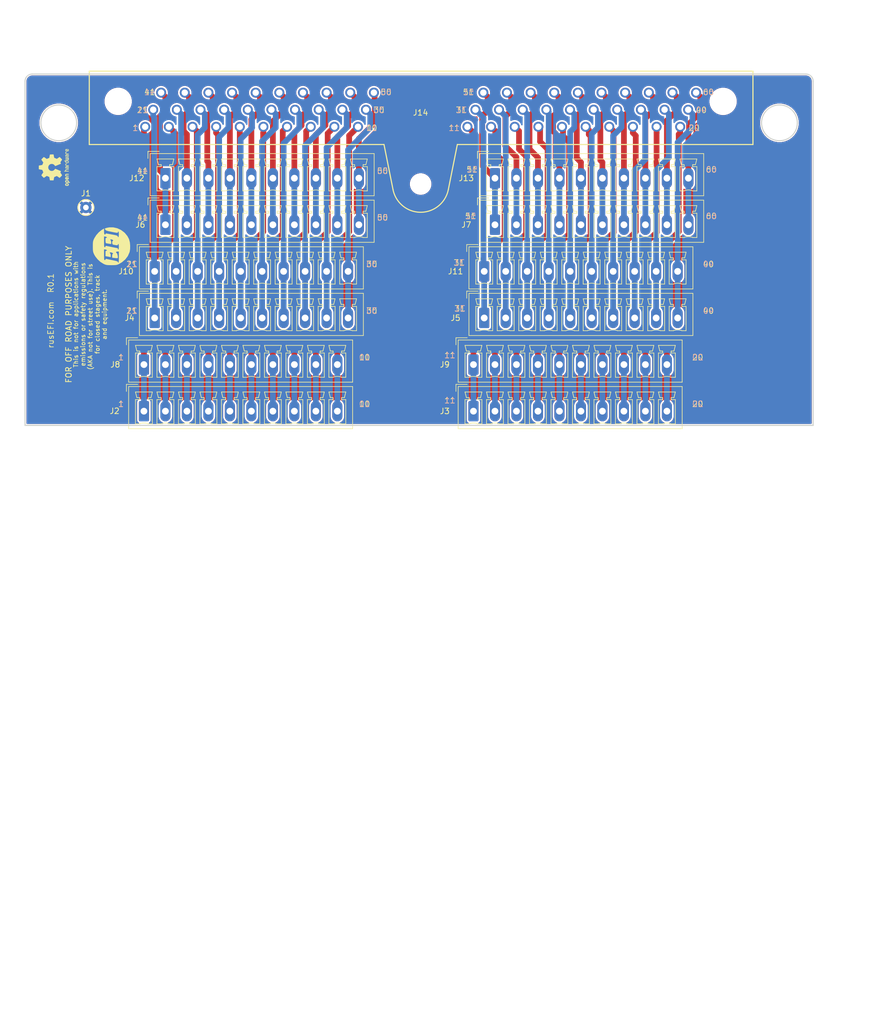
<source format=kicad_pcb>
(kicad_pcb (version 20171130) (host pcbnew "(5.1.5)-3")
  (title_block (title "134pin 7-967288-1 Breakout board") (date 2020-06-02) (rev R0.1))
  (layers (0 F.Cu signal) (31 B.Cu signal) (34 B.Paste user) (35 F.Paste user) (36 B.SilkS user) (37 F.SilkS user) (38 B.Mask user) (39 F.Mask user) (44 Edge.Cuts user))
  (net 0 "")
  (net 1 "Net-(J11-Pad4)")
  (net 2 "Net-(J11-Pad3)")
  (net 3 "Net-(J11-Pad2)")
  (net 4 "Net-(J10-Pad4)")
  (net 5 "Net-(J10-Pad3)")
  (net 6 "Net-(J10-Pad2)")
  (net 7 "Net-(J13-Pad2)")
  (net 8 "Net-(J14-Pad2)")
  (net 9 GND)
  (net 10 /420)
  (net 11 /421)
  (net 12 /10)
  (net 13 "Net-(J14-Pad9)")
  (net 14 "Net-(J14-Pad8)")
  (net 15 "Net-(J14-Pad7)")
  (net 16 "Net-(J14-Pad6)")
  (net 17 /5)
  (net 18 "Net-(J14-Pad4)")
  (net 19 "Net-(J14-Pad3)")
  (net 20 /1)
  (net 21 "Net-(J14-Pad19)")
  (net 22 "Net-(J14-Pad18)")
  (net 23 "Net-(J14-Pad17)")
  (net 24 "Net-(J14-Pad16)")
  (net 25 /15)
  (net 26 "Net-(J14-Pad14)")
  (net 27 "Net-(J14-Pad13)")
  (net 28 "Net-(J14-Pad12)")
  (net 29 /11)
  (net 30 /25)
  (net 31 "Net-(J10-Pad6)")
  (net 32 "Net-(J10-Pad7)")
  (net 33 "Net-(J10-Pad8)")
  (net 34 "Net-(J10-Pad9)")
  (net 35 /30)
  (net 36 /31)
  (net 37 /35)
  (net 38 "Net-(J11-Pad6)")
  (net 39 "Net-(J11-Pad7)")
  (net 40 "Net-(J11-Pad8)")
  (net 41 "Net-(J11-Pad9)")
  (net 42 /40)
  (net 43 /50)
  (net 44 "Net-(J12-Pad9)")
  (net 45 "Net-(J12-Pad8)")
  (net 46 "Net-(J12-Pad7)")
  (net 47 "Net-(J12-Pad6)")
  (net 48 /45)
  (net 49 "Net-(J12-Pad4)")
  (net 50 "Net-(J12-Pad3)")
  (net 51 "Net-(J12-Pad2)")
  (net 52 /41)
  (net 53 /60)
  (net 54 "Net-(J13-Pad9)")
  (net 55 "Net-(J13-Pad8)")
  (net 56 "Net-(J13-Pad7)")
  (net 57 "Net-(J13-Pad6)")
  (net 58 /55)
  (net 59 /54)
  (net 60 /53)
  (net 61 "Net-(J13-Pad1)")
  (module rusEFI:eeciv (layer F.Cu) (at 166.0144 62.2935)
    (fp_text reference J14 (at -0.019 7.401) (layer F.SilkS))
    (fp_text value EEC-IV)
    (pad 41 thru_hole circle (at -46.009 3.858) (size 1.778 1.778) (drill 1.143) (layers *.Cu *.Mask) (net 52 /41))
    (pad 43 thru_hole circle (at -37.627 3.861) (size 1.778 1.778) (drill 1.143) (layers *.Cu *.Mask) (net 50 "Net-(J12-Pad3)"))
    (pad 47 thru_hole circle (at -20.869 3.855) (size 1.778 1.778) (drill 1.143) (layers *.Cu *.Mask) (net 46 "Net-(J12-Pad7)"))
    (pad 46 thru_hole circle (at -25.055 3.852) (size 1.778 1.778) (drill 1.143) (layers *.Cu *.Mask) (net 47 "Net-(J12-Pad6)"))
    (pad 42 thru_hole circle (at -41.823 3.861) (size 1.778 1.778) (drill 1.143) (layers *.Cu *.Mask) (net 51 "Net-(J12-Pad2)"))
    (pad 48 thru_hole circle (at -16.673 3.855) (size 1.778 1.778) (drill 1.143) (layers *.Cu *.Mask) (net 45 "Net-(J12-Pad8)"))
    (pad 44 thru_hole circle (at -33.435 3.857) (size 1.778 1.778) (drill 1.143) (layers *.Cu *.Mask) (net 49 "Net-(J12-Pad4)"))
    (pad 50 thru_hole circle (at -8.293 3.857) (size 1.778 1.778) (drill 1.143) (layers *.Cu *.Mask) (net 43 /50))
    (pad 45 thru_hole circle (at -29.247 3.863) (size 1.778 1.778) (drill 1.143) (layers *.Cu *.Mask) (net 48 /45))
    (pad 49 thru_hole circle (at -12.481 3.851) (size 1.778 1.778) (drill 1.143) (layers *.Cu *.Mask) (net 44 "Net-(J12-Pad9)"))
    (pad 21 thru_hole circle (at -47.413 6.884) (size 1.778 1.778) (drill 1.143) (layers *.Cu *.Mask) (net 11 /421))
    (pad 23 thru_hole circle (at -39.031 6.887) (size 1.778 1.778) (drill 1.143) (layers *.Cu *.Mask) (net 5 "Net-(J10-Pad3)"))
    (pad 27 thru_hole circle (at -22.273 6.881) (size 1.778 1.778) (drill 1.143) (layers *.Cu *.Mask) (net 32 "Net-(J10-Pad7)"))
    (pad 26 thru_hole circle (at -26.459 6.878) (size 1.778 1.778) (drill 1.143) (layers *.Cu *.Mask) (net 31 "Net-(J10-Pad6)"))
    (pad 22 thru_hole circle (at -43.227 6.887) (size 1.778 1.778) (drill 1.143) (layers *.Cu *.Mask) (net 6 "Net-(J10-Pad2)"))
    (pad 28 thru_hole circle (at -18.077 6.881) (size 1.778 1.778) (drill 1.143) (layers *.Cu *.Mask) (net 33 "Net-(J10-Pad8)"))
    (pad 24 thru_hole circle (at -34.839 6.883) (size 1.778 1.778) (drill 1.143) (layers *.Cu *.Mask) (net 4 "Net-(J10-Pad4)"))
    (pad 30 thru_hole circle (at -9.697 6.883) (size 1.778 1.778) (drill 1.143) (layers *.Cu *.Mask) (net 35 /30))
    (pad 25 thru_hole circle (at -30.651 6.889) (size 1.778 1.778) (drill 1.143) (layers *.Cu *.Mask) (net 30 /25))
    (pad 29 thru_hole circle (at -13.885 6.877) (size 1.778 1.778) (drill 1.143) (layers *.Cu *.Mask) (net 34 "Net-(J10-Pad9)"))
    (pad 6 thru_hole circle (at -27.875 9.903) (size 1.778 1.778) (drill 1.143) (layers *.Cu *.Mask) (net 16 "Net-(J14-Pad6)"))
    (pad 8 thru_hole circle (at -19.493 9.906) (size 1.778 1.778) (drill 1.143) (layers *.Cu *.Mask) (net 14 "Net-(J14-Pad8)"))
    (pad 7 thru_hole circle (at -23.689 9.906) (size 1.778 1.778) (drill 1.143) (layers *.Cu *.Mask) (net 15 "Net-(J14-Pad7)"))
    (pad 9 thru_hole circle (at -15.301 9.902) (size 1.778 1.778) (drill 1.143) (layers *.Cu *.Mask) (net 13 "Net-(J14-Pad9)"))
    (pad 10 thru_hole circle (at -11.113 9.908) (size 1.778 1.778) (drill 1.143) (layers *.Cu *.Mask) (net 12 /10))
    (pad 5 thru_hole circle (at -32.067 9.914) (size 1.778 1.778) (drill 1.143) (layers *.Cu *.Mask) (net 17 /5))
    (pad 4 thru_hole circle (at -36.255 9.908) (size 1.778 1.778) (drill 1.143) (layers *.Cu *.Mask) (net 18 "Net-(J14-Pad4)"))
    (pad 3 thru_hole circle (at -40.447 9.912) (size 1.778 1.778) (drill 1.143) (layers *.Cu *.Mask) (net 19 "Net-(J14-Pad3)"))
    (pad 2 thru_hole circle (at -44.643 9.912) (size 1.778 1.778) (drill 1.143) (layers *.Cu *.Mask) (net 8 "Net-(J14-Pad2)"))
    (pad 1 thru_hole circle (at -48.829 9.909) (size 1.778 1.778) (drill 1.143) (layers *.Cu *.Mask) (net 20 /1))
    (pad 19 thru_hole circle (at 41.819 9.899) (size 1.778 1.778) (drill 1.143) (layers *.Cu *.Mask) (net 21 "Net-(J14-Pad19)"))
    (pad 60 thru_hole circle (at 48.827 3.854) (size 1.778 1.778) (drill 1.143) (layers *.Cu *.Mask) (net 53 /60))
    (pad 52 thru_hole circle (at 15.297 3.858) (size 1.778 1.778) (drill 1.143) (layers *.Cu *.Mask) (net 7 "Net-(J13-Pad2)"))
    (pad 16 thru_hole circle (at 29.245 9.9) (size 1.778 1.778) (drill 1.143) (layers *.Cu *.Mask) (net 24 "Net-(J14-Pad16)"))
    (pad 20 thru_hole circle (at 46.007 9.905) (size 1.778 1.778) (drill 1.143) (layers *.Cu *.Mask) (net 10 /420))
    (pad 18 thru_hole circle (at 37.627 9.903) (size 1.778 1.778) (drill 1.143) (layers *.Cu *.Mask) (net 22 "Net-(J14-Pad18)"))
    (pad 59 thru_hole circle (at 44.639 3.848) (size 1.778 1.778) (drill 1.143) (layers *.Cu *.Mask) (net 54 "Net-(J13-Pad9)"))
    (pad 54 thru_hole circle (at 23.685 3.854) (size 1.778 1.778) (drill 1.143) (layers *.Cu *.Mask) (net 59 /54))
    (pad 36 thru_hole circle (at 30.661 6.875) (size 1.778 1.778) (drill 1.143) (layers *.Cu *.Mask) (net 38 "Net-(J11-Pad6)"))
    (pad 37 thru_hole circle (at 34.847 6.878) (size 1.778 1.778) (drill 1.143) (layers *.Cu *.Mask) (net 39 "Net-(J11-Pad7)"))
    (pad 40 thru_hole circle (at 47.423 6.88) (size 1.778 1.778) (drill 1.143) (layers *.Cu *.Mask) (net 42 /40))
    (pad 33 thru_hole circle (at 18.089 6.884) (size 1.778 1.778) (drill 1.143) (layers *.Cu *.Mask) (net 2 "Net-(J11-Pad3)"))
    (pad 38 thru_hole circle (at 39.043 6.878) (size 1.778 1.778) (drill 1.143) (layers *.Cu *.Mask) (net 40 "Net-(J11-Pad8)"))
    (pad 17 thru_hole circle (at 33.431 9.903) (size 1.778 1.778) (drill 1.143) (layers *.Cu *.Mask) (net 23 "Net-(J14-Pad17)"))
    (pad 39 thru_hole circle (at 43.235 6.874) (size 1.778 1.778) (drill 1.143) (layers *.Cu *.Mask) (net 41 "Net-(J11-Pad9)"))
    (pad 58 thru_hole circle (at 40.447 3.852) (size 1.778 1.778) (drill 1.143) (layers *.Cu *.Mask) (net 55 "Net-(J13-Pad8)"))
    (pad 35 thru_hole circle (at 26.469 6.886) (size 1.778 1.778) (drill 1.143) (layers *.Cu *.Mask) (net 37 /35))
    (pad 51 thru_hole circle (at 11.111 3.855) (size 1.778 1.778) (drill 1.143) (layers *.Cu *.Mask) (net 61 "Net-(J13-Pad1)"))
    (pad 32 thru_hole circle (at 13.893 6.884) (size 1.778 1.778) (drill 1.143) (layers *.Cu *.Mask) (net 3 "Net-(J11-Pad2)"))
    (pad 53 thru_hole circle (at 19.493 3.858) (size 1.778 1.778) (drill 1.143) (layers *.Cu *.Mask) (net 60 /53))
    (pad 56 thru_hole circle (at 32.065 3.849) (size 1.778 1.778) (drill 1.143) (layers *.Cu *.Mask) (net 57 "Net-(J13-Pad6)"))
    (pad 15 thru_hole circle (at 25.053 9.911) (size 1.778 1.778) (drill 1.143) (layers *.Cu *.Mask) (net 25 /15))
    (pad 11 thru_hole circle (at 8.291 9.906) (size 1.778 1.778) (drill 1.143) (layers *.Cu *.Mask) (net 29 /11))
    (pad 12 thru_hole circle (at 12.477 9.909) (size 1.778 1.778) (drill 1.143) (layers *.Cu *.Mask) (net 28 "Net-(J14-Pad12)"))
    (pad 57 thru_hole circle (at 36.251 3.852) (size 1.778 1.778) (drill 1.143) (layers *.Cu *.Mask) (net 56 "Net-(J13-Pad7)"))
    (pad 31 thru_hole circle (at 9.707 6.881) (size 1.778 1.778) (drill 1.143) (layers *.Cu *.Mask) (net 36 /31))
    (pad 13 thru_hole circle (at 16.673 9.909) (size 1.778 1.778) (drill 1.143) (layers *.Cu *.Mask) (net 27 "Net-(J14-Pad13)"))
    (pad 14 thru_hole circle (at 20.865 9.905) (size 1.778 1.778) (drill 1.143) (layers *.Cu *.Mask) (net 26 "Net-(J14-Pad14)"))
    (pad 34 thru_hole circle (at 22.281 6.88) (size 1.778 1.778) (drill 1.143) (layers *.Cu *.Mask) (net 1 "Net-(J11-Pad4)"))
    (pad 55 thru_hole circle (at 27.873 3.86) (size 1.778 1.778) (drill 1.143) (layers *.Cu *.Mask) (net 58 /55))
    (pad "" np_thru_hole circle (at 53.617 5.412) (size 4.25 4.25) (drill 4.25) (layers *.Cu *.Mask))
    (pad "" np_thru_hole circle (at -53.624 5.407) (size 4.25 4.25) (drill 4.25) (layers *.Cu *.Mask))
    (pad "" np_thru_hole circle (at -0.003 20.048) (size 3.22 3.22) (drill 3.22) (layers *.Cu *.Mask))
  )
  (module rusEFI:LOGO (layer F.Cu) (at 111.2393 93.3704 90)
    (fp_text reference G2 hide)
    (fp_text value LOGO hide)
  )
  (module rusEFI:Off_Road_Disclaimer (layer F.Cu) (at 106.7943 105.4354 90)
    (fp_text reference G1 hide)
    (fp_text value Disclaimer hide)
    (fp_text user "FOR OFF ROAD PURPOSES ONLY" (at 0 -3.175 90) (layer F.SilkS))
    (fp_text user "This is not for applications with" (at 0 -1.905 90) (layer F.SilkS) (effects (font (size 0.762 0.762) (thickness 0.127))))
    (fp_text user "emissions or safety regulations" (at 0 -0.635 90) (layer F.SilkS) (effects (font (size 0.762 0.762) (thickness 0.127))))
    (fp_text user "(AKA not for street use). This is " (at -0.127 0.635 90) (layer F.SilkS) (effects (font (size 0.762 0.762) (thickness 0.127))))
    (fp_text user "for closed stages, track" (at 0 1.905 90) (layer F.SilkS) (effects (font (size 0.762 0.762) (thickness 0.127))))
    (fp_text user "and equipment." (at 0 3.175 90) (layer F.SilkS) (effects (font (size 0.762 0.762) (thickness 0.127))))
  )
  (module Connector_Phoenix_MC:PhoenixContact_MCV_1,5_10-G-3.81_1x10_P3.81mm_Vertical (layer F.Cu) (at 179.1843 81.3054)
    (fp_text reference J13 (at -5.08 0) (layer F.SilkS))
    (fp_text value Conn_01x10)
    (pad 10 thru_hole oval (at 34.29 0) (size 1.8 3.6) (drill 1.2) (layers *.Cu *.Mask) (net 53 /60))
    (pad 9 thru_hole oval (at 30.48 0) (size 1.8 3.6) (drill 1.2) (layers *.Cu *.Mask) (net 54 "Net-(J13-Pad9)"))
    (pad 8 thru_hole oval (at 26.67 0) (size 1.8 3.6) (drill 1.2) (layers *.Cu *.Mask) (net 55 "Net-(J13-Pad8)"))
    (pad 7 thru_hole oval (at 22.86 0) (size 1.8 3.6) (drill 1.2) (layers *.Cu *.Mask) (net 56 "Net-(J13-Pad7)"))
    (pad 6 thru_hole oval (at 19.05 0) (size 1.8 3.6) (drill 1.2) (layers *.Cu *.Mask) (net 57 "Net-(J13-Pad6)"))
    (pad 5 thru_hole oval (at 15.24 0) (size 1.8 3.6) (drill 1.2) (layers *.Cu *.Mask) (net 58 /55))
    (pad 4 thru_hole oval (at 11.43 0) (size 1.8 3.6) (drill 1.2) (layers *.Cu *.Mask) (net 59 /54))
    (pad 3 thru_hole oval (at 7.62 0) (size 1.8 3.6) (drill 1.2) (layers *.Cu *.Mask) (net 60 /53))
    (pad 2 thru_hole oval (at 3.81 0) (size 1.8 3.6) (drill 1.2) (layers *.Cu *.Mask) (net 7 "Net-(J13-Pad2)"))
    (pad 1 thru_hole roundrect (at 0 0) (size 1.8 3.6) (drill 1.2) (layers *.Cu *.Mask) (roundrect_rratio 0.138889) (net 61 "Net-(J13-Pad1)"))
  )
  (module Connector_Phoenix_MC:PhoenixContact_MCV_1,5_10-G-3.81_1x10_P3.81mm_Vertical (layer F.Cu) (at 120.7643 81.3054)
    (fp_text reference J12 (at -5.08 0) (layer F.SilkS))
    (fp_text value Conn_01x10)
    (pad 10 thru_hole oval (at 34.29 0) (size 1.8 3.6) (drill 1.2) (layers *.Cu *.Mask) (net 43 /50))
    (pad 9 thru_hole oval (at 30.48 0) (size 1.8 3.6) (drill 1.2) (layers *.Cu *.Mask) (net 44 "Net-(J12-Pad9)"))
    (pad 8 thru_hole oval (at 26.67 0) (size 1.8 3.6) (drill 1.2) (layers *.Cu *.Mask) (net 45 "Net-(J12-Pad8)"))
    (pad 7 thru_hole oval (at 22.86 0) (size 1.8 3.6) (drill 1.2) (layers *.Cu *.Mask) (net 46 "Net-(J12-Pad7)"))
    (pad 6 thru_hole oval (at 19.05 0) (size 1.8 3.6) (drill 1.2) (layers *.Cu *.Mask) (net 47 "Net-(J12-Pad6)"))
    (pad 5 thru_hole oval (at 15.24 0) (size 1.8 3.6) (drill 1.2) (layers *.Cu *.Mask) (net 48 /45))
    (pad 4 thru_hole oval (at 11.43 0) (size 1.8 3.6) (drill 1.2) (layers *.Cu *.Mask) (net 49 "Net-(J12-Pad4)"))
    (pad 3 thru_hole oval (at 7.62 0) (size 1.8 3.6) (drill 1.2) (layers *.Cu *.Mask) (net 50 "Net-(J12-Pad3)"))
    (pad 2 thru_hole oval (at 3.81 0) (size 1.8 3.6) (drill 1.2) (layers *.Cu *.Mask) (net 51 "Net-(J12-Pad2)"))
    (pad 1 thru_hole roundrect (at 0 0) (size 1.8 3.6) (drill 1.2) (layers *.Cu *.Mask) (roundrect_rratio 0.138889) (net 52 /41))
  )
  (module Connector_Phoenix_MC:PhoenixContact_MCV_1,5_10-G-3.81_1x10_P3.81mm_Vertical (layer F.Cu) (at 177.2793 97.8154)
    (fp_text reference J11 (at -5.08 0) (layer F.SilkS))
    (fp_text value Conn_01x10)
    (pad 10 thru_hole oval (at 34.29 0) (size 1.8 3.6) (drill 1.2) (layers *.Cu *.Mask) (net 42 /40))
    (pad 9 thru_hole oval (at 30.48 0) (size 1.8 3.6) (drill 1.2) (layers *.Cu *.Mask) (net 41 "Net-(J11-Pad9)"))
    (pad 8 thru_hole oval (at 26.67 0) (size 1.8 3.6) (drill 1.2) (layers *.Cu *.Mask) (net 40 "Net-(J11-Pad8)"))
    (pad 7 thru_hole oval (at 22.86 0) (size 1.8 3.6) (drill 1.2) (layers *.Cu *.Mask) (net 39 "Net-(J11-Pad7)"))
    (pad 6 thru_hole oval (at 19.05 0) (size 1.8 3.6) (drill 1.2) (layers *.Cu *.Mask) (net 38 "Net-(J11-Pad6)"))
    (pad 5 thru_hole oval (at 15.24 0) (size 1.8 3.6) (drill 1.2) (layers *.Cu *.Mask) (net 37 /35))
    (pad 4 thru_hole oval (at 11.43 0) (size 1.8 3.6) (drill 1.2) (layers *.Cu *.Mask) (net 1 "Net-(J11-Pad4)"))
    (pad 3 thru_hole oval (at 7.62 0) (size 1.8 3.6) (drill 1.2) (layers *.Cu *.Mask) (net 2 "Net-(J11-Pad3)"))
    (pad 2 thru_hole oval (at 3.81 0) (size 1.8 3.6) (drill 1.2) (layers *.Cu *.Mask) (net 3 "Net-(J11-Pad2)"))
    (pad 1 thru_hole roundrect (at 0 0) (size 1.8 3.6) (drill 1.2) (layers *.Cu *.Mask) (roundrect_rratio 0.138889) (net 36 /31))
  )
  (module Connector_Phoenix_MC:PhoenixContact_MCV_1,5_10-G-3.81_1x10_P3.81mm_Vertical (layer F.Cu) (at 118.8593 97.8154)
    (fp_text reference J10 (at -5.08 0) (layer F.SilkS))
    (fp_text value Conn_01x10)
    (pad 10 thru_hole oval (at 34.29 0) (size 1.8 3.6) (drill 1.2) (layers *.Cu *.Mask) (net 35 /30))
    (pad 9 thru_hole oval (at 30.48 0) (size 1.8 3.6) (drill 1.2) (layers *.Cu *.Mask) (net 34 "Net-(J10-Pad9)"))
    (pad 8 thru_hole oval (at 26.67 0) (size 1.8 3.6) (drill 1.2) (layers *.Cu *.Mask) (net 33 "Net-(J10-Pad8)"))
    (pad 7 thru_hole oval (at 22.86 0) (size 1.8 3.6) (drill 1.2) (layers *.Cu *.Mask) (net 32 "Net-(J10-Pad7)"))
    (pad 6 thru_hole oval (at 19.05 0) (size 1.8 3.6) (drill 1.2) (layers *.Cu *.Mask) (net 31 "Net-(J10-Pad6)"))
    (pad 5 thru_hole oval (at 15.24 0) (size 1.8 3.6) (drill 1.2) (layers *.Cu *.Mask) (net 30 /25))
    (pad 4 thru_hole oval (at 11.43 0) (size 1.8 3.6) (drill 1.2) (layers *.Cu *.Mask) (net 4 "Net-(J10-Pad4)"))
    (pad 3 thru_hole oval (at 7.62 0) (size 1.8 3.6) (drill 1.2) (layers *.Cu *.Mask) (net 5 "Net-(J10-Pad3)"))
    (pad 2 thru_hole oval (at 3.81 0) (size 1.8 3.6) (drill 1.2) (layers *.Cu *.Mask) (net 6 "Net-(J10-Pad2)"))
    (pad 1 thru_hole roundrect (at 0 0) (size 1.8 3.6) (drill 1.2) (layers *.Cu *.Mask) (roundrect_rratio 0.138889) (net 11 /421))
  )
  (module Connector_Phoenix_MC:PhoenixContact_MCV_1,5_10-G-3.81_1x10_P3.81mm_Vertical (layer F.Cu) (at 175.3743 114.3254)
    (fp_text reference J9 (at -5.08 0) (layer F.SilkS))
    (fp_text value Conn_01x10)
    (pad 10 thru_hole oval (at 34.29 0) (size 1.8 3.6) (drill 1.2) (layers *.Cu *.Mask) (net 10 /420))
    (pad 9 thru_hole oval (at 30.48 0) (size 1.8 3.6) (drill 1.2) (layers *.Cu *.Mask) (net 21 "Net-(J14-Pad19)"))
    (pad 8 thru_hole oval (at 26.67 0) (size 1.8 3.6) (drill 1.2) (layers *.Cu *.Mask) (net 22 "Net-(J14-Pad18)"))
    (pad 7 thru_hole oval (at 22.86 0) (size 1.8 3.6) (drill 1.2) (layers *.Cu *.Mask) (net 23 "Net-(J14-Pad17)"))
    (pad 6 thru_hole oval (at 19.05 0) (size 1.8 3.6) (drill 1.2) (layers *.Cu *.Mask) (net 24 "Net-(J14-Pad16)"))
    (pad 5 thru_hole oval (at 15.24 0) (size 1.8 3.6) (drill 1.2) (layers *.Cu *.Mask) (net 25 /15))
    (pad 4 thru_hole oval (at 11.43 0) (size 1.8 3.6) (drill 1.2) (layers *.Cu *.Mask) (net 26 "Net-(J14-Pad14)"))
    (pad 3 thru_hole oval (at 7.62 0) (size 1.8 3.6) (drill 1.2) (layers *.Cu *.Mask) (net 27 "Net-(J14-Pad13)"))
    (pad 2 thru_hole oval (at 3.81 0) (size 1.8 3.6) (drill 1.2) (layers *.Cu *.Mask) (net 28 "Net-(J14-Pad12)"))
    (pad 1 thru_hole roundrect (at 0 0) (size 1.8 3.6) (drill 1.2) (layers *.Cu *.Mask) (roundrect_rratio 0.138889) (net 29 /11))
  )
  (module Connector_Phoenix_MC:PhoenixContact_MCV_1,5_10-G-3.81_1x10_P3.81mm_Vertical (layer F.Cu) (at 116.9543 114.3254)
    (fp_text reference J8 (at -5.08 0) (layer F.SilkS))
    (fp_text value Conn_01x10)
    (pad 10 thru_hole oval (at 34.29 0) (size 1.8 3.6) (drill 1.2) (layers *.Cu *.Mask) (net 12 /10))
    (pad 9 thru_hole oval (at 30.48 0) (size 1.8 3.6) (drill 1.2) (layers *.Cu *.Mask) (net 13 "Net-(J14-Pad9)"))
    (pad 8 thru_hole oval (at 26.67 0) (size 1.8 3.6) (drill 1.2) (layers *.Cu *.Mask) (net 14 "Net-(J14-Pad8)"))
    (pad 7 thru_hole oval (at 22.86 0) (size 1.8 3.6) (drill 1.2) (layers *.Cu *.Mask) (net 15 "Net-(J14-Pad7)"))
    (pad 6 thru_hole oval (at 19.05 0) (size 1.8 3.6) (drill 1.2) (layers *.Cu *.Mask) (net 16 "Net-(J14-Pad6)"))
    (pad 5 thru_hole oval (at 15.24 0) (size 1.8 3.6) (drill 1.2) (layers *.Cu *.Mask) (net 17 /5))
    (pad 4 thru_hole oval (at 11.43 0) (size 1.8 3.6) (drill 1.2) (layers *.Cu *.Mask) (net 18 "Net-(J14-Pad4)"))
    (pad 3 thru_hole oval (at 7.62 0) (size 1.8 3.6) (drill 1.2) (layers *.Cu *.Mask) (net 19 "Net-(J14-Pad3)"))
    (pad 2 thru_hole oval (at 3.81 0) (size 1.8 3.6) (drill 1.2) (layers *.Cu *.Mask) (net 8 "Net-(J14-Pad2)"))
    (pad 1 thru_hole roundrect (at 0 0) (size 1.8 3.6) (drill 1.2) (layers *.Cu *.Mask) (roundrect_rratio 0.138889) (net 20 /1))
  )
  (module Connector_Phoenix_MC:PhoenixContact_MCV_1,5_10-G-3.81_1x10_P3.81mm_Vertical (layer F.Cu) (at 179.1843 89.5604)
    (fp_text reference J7 (at -5.08 0) (layer F.SilkS))
    (fp_text value Conn_01x10)
    (pad 10 thru_hole oval (at 34.29 0) (size 1.8 3.6) (drill 1.2) (layers *.Cu *.Mask) (net 53 /60))
    (pad 9 thru_hole oval (at 30.48 0) (size 1.8 3.6) (drill 1.2) (layers *.Cu *.Mask) (net 54 "Net-(J13-Pad9)"))
    (pad 8 thru_hole oval (at 26.67 0) (size 1.8 3.6) (drill 1.2) (layers *.Cu *.Mask) (net 55 "Net-(J13-Pad8)"))
    (pad 7 thru_hole oval (at 22.86 0) (size 1.8 3.6) (drill 1.2) (layers *.Cu *.Mask) (net 56 "Net-(J13-Pad7)"))
    (pad 6 thru_hole oval (at 19.05 0) (size 1.8 3.6) (drill 1.2) (layers *.Cu *.Mask) (net 57 "Net-(J13-Pad6)"))
    (pad 5 thru_hole oval (at 15.24 0) (size 1.8 3.6) (drill 1.2) (layers *.Cu *.Mask) (net 58 /55))
    (pad 4 thru_hole oval (at 11.43 0) (size 1.8 3.6) (drill 1.2) (layers *.Cu *.Mask) (net 59 /54))
    (pad 3 thru_hole oval (at 7.62 0) (size 1.8 3.6) (drill 1.2) (layers *.Cu *.Mask) (net 60 /53))
    (pad 2 thru_hole oval (at 3.81 0) (size 1.8 3.6) (drill 1.2) (layers *.Cu *.Mask) (net 7 "Net-(J13-Pad2)"))
    (pad 1 thru_hole roundrect (at 0 0) (size 1.8 3.6) (drill 1.2) (layers *.Cu *.Mask) (roundrect_rratio 0.138889) (net 61 "Net-(J13-Pad1)"))
  )
  (module Connector_Phoenix_MC:PhoenixContact_MCV_1,5_10-G-3.81_1x10_P3.81mm_Vertical (layer F.Cu) (at 120.7643 89.5604)
    (fp_text reference J6 (at -4.445 0) (layer F.SilkS))
    (fp_text value Conn_01x10)
    (pad 10 thru_hole oval (at 34.29 0) (size 1.8 3.6) (drill 1.2) (layers *.Cu *.Mask) (net 43 /50))
    (pad 9 thru_hole oval (at 30.48 0) (size 1.8 3.6) (drill 1.2) (layers *.Cu *.Mask) (net 44 "Net-(J12-Pad9)"))
    (pad 8 thru_hole oval (at 26.67 0) (size 1.8 3.6) (drill 1.2) (layers *.Cu *.Mask) (net 45 "Net-(J12-Pad8)"))
    (pad 7 thru_hole oval (at 22.86 0) (size 1.8 3.6) (drill 1.2) (layers *.Cu *.Mask) (net 46 "Net-(J12-Pad7)"))
    (pad 6 thru_hole oval (at 19.05 0) (size 1.8 3.6) (drill 1.2) (layers *.Cu *.Mask) (net 47 "Net-(J12-Pad6)"))
    (pad 5 thru_hole oval (at 15.24 0) (size 1.8 3.6) (drill 1.2) (layers *.Cu *.Mask) (net 48 /45))
    (pad 4 thru_hole oval (at 11.43 0) (size 1.8 3.6) (drill 1.2) (layers *.Cu *.Mask) (net 49 "Net-(J12-Pad4)"))
    (pad 3 thru_hole oval (at 7.62 0) (size 1.8 3.6) (drill 1.2) (layers *.Cu *.Mask) (net 50 "Net-(J12-Pad3)"))
    (pad 2 thru_hole oval (at 3.81 0) (size 1.8 3.6) (drill 1.2) (layers *.Cu *.Mask) (net 51 "Net-(J12-Pad2)"))
    (pad 1 thru_hole roundrect (at 0 0) (size 1.8 3.6) (drill 1.2) (layers *.Cu *.Mask) (roundrect_rratio 0.138889) (net 52 /41))
  )
  (module Connector_Phoenix_MC:PhoenixContact_MCV_1,5_10-G-3.81_1x10_P3.81mm_Vertical (layer F.Cu) (at 177.2793 106.0704)
    (fp_text reference J5 (at -5.08 0) (layer F.SilkS))
    (fp_text value Conn_01x10)
    (pad 10 thru_hole oval (at 34.29 0) (size 1.8 3.6) (drill 1.2) (layers *.Cu *.Mask) (net 42 /40))
    (pad 9 thru_hole oval (at 30.48 0) (size 1.8 3.6) (drill 1.2) (layers *.Cu *.Mask) (net 41 "Net-(J11-Pad9)"))
    (pad 8 thru_hole oval (at 26.67 0) (size 1.8 3.6) (drill 1.2) (layers *.Cu *.Mask) (net 40 "Net-(J11-Pad8)"))
    (pad 7 thru_hole oval (at 22.86 0) (size 1.8 3.6) (drill 1.2) (layers *.Cu *.Mask) (net 39 "Net-(J11-Pad7)"))
    (pad 6 thru_hole oval (at 19.05 0) (size 1.8 3.6) (drill 1.2) (layers *.Cu *.Mask) (net 38 "Net-(J11-Pad6)"))
    (pad 5 thru_hole oval (at 15.24 0) (size 1.8 3.6) (drill 1.2) (layers *.Cu *.Mask) (net 37 /35))
    (pad 4 thru_hole oval (at 11.43 0) (size 1.8 3.6) (drill 1.2) (layers *.Cu *.Mask) (net 1 "Net-(J11-Pad4)"))
    (pad 3 thru_hole oval (at 7.62 0) (size 1.8 3.6) (drill 1.2) (layers *.Cu *.Mask) (net 2 "Net-(J11-Pad3)"))
    (pad 2 thru_hole oval (at 3.81 0) (size 1.8 3.6) (drill 1.2) (layers *.Cu *.Mask) (net 3 "Net-(J11-Pad2)"))
    (pad 1 thru_hole roundrect (at 0 0) (size 1.8 3.6) (drill 1.2) (layers *.Cu *.Mask) (roundrect_rratio 0.138889) (net 36 /31))
  )
  (module Connector_Phoenix_MC:PhoenixContact_MCV_1,5_10-G-3.81_1x10_P3.81mm_Vertical (layer F.Cu) (at 118.8593 106.0704)
    (fp_text reference J4 (at -4.445 0) (layer F.SilkS))
    (fp_text value Conn_01x10)
    (pad 10 thru_hole oval (at 34.29 0) (size 1.8 3.6) (drill 1.2) (layers *.Cu *.Mask) (net 35 /30))
    (pad 9 thru_hole oval (at 30.48 0) (size 1.8 3.6) (drill 1.2) (layers *.Cu *.Mask) (net 34 "Net-(J10-Pad9)"))
    (pad 8 thru_hole oval (at 26.67 0) (size 1.8 3.6) (drill 1.2) (layers *.Cu *.Mask) (net 33 "Net-(J10-Pad8)"))
    (pad 7 thru_hole oval (at 22.86 0) (size 1.8 3.6) (drill 1.2) (layers *.Cu *.Mask) (net 32 "Net-(J10-Pad7)"))
    (pad 6 thru_hole oval (at 19.05 0) (size 1.8 3.6) (drill 1.2) (layers *.Cu *.Mask) (net 31 "Net-(J10-Pad6)"))
    (pad 5 thru_hole oval (at 15.24 0) (size 1.8 3.6) (drill 1.2) (layers *.Cu *.Mask) (net 30 /25))
    (pad 4 thru_hole oval (at 11.43 0) (size 1.8 3.6) (drill 1.2) (layers *.Cu *.Mask) (net 4 "Net-(J10-Pad4)"))
    (pad 3 thru_hole oval (at 7.62 0) (size 1.8 3.6) (drill 1.2) (layers *.Cu *.Mask) (net 5 "Net-(J10-Pad3)"))
    (pad 2 thru_hole oval (at 3.81 0) (size 1.8 3.6) (drill 1.2) (layers *.Cu *.Mask) (net 6 "Net-(J10-Pad2)"))
    (pad 1 thru_hole roundrect (at 0 0) (size 1.8 3.6) (drill 1.2) (layers *.Cu *.Mask) (roundrect_rratio 0.138889) (net 11 /421))
  )
  (module Connector_Phoenix_MC:PhoenixContact_MCV_1,5_10-G-3.81_1x10_P3.81mm_Vertical (layer F.Cu) (at 175.3743 122.5804)
    (fp_text reference J3 (at -5.08 0) (layer F.SilkS))
    (fp_text value Conn_01x10)
    (pad 10 thru_hole oval (at 34.29 0) (size 1.8 3.6) (drill 1.2) (layers *.Cu *.Mask) (net 10 /420))
    (pad 9 thru_hole oval (at 30.48 0) (size 1.8 3.6) (drill 1.2) (layers *.Cu *.Mask) (net 21 "Net-(J14-Pad19)"))
    (pad 8 thru_hole oval (at 26.67 0) (size 1.8 3.6) (drill 1.2) (layers *.Cu *.Mask) (net 22 "Net-(J14-Pad18)"))
    (pad 7 thru_hole oval (at 22.86 0) (size 1.8 3.6) (drill 1.2) (layers *.Cu *.Mask) (net 23 "Net-(J14-Pad17)"))
    (pad 6 thru_hole oval (at 19.05 0) (size 1.8 3.6) (drill 1.2) (layers *.Cu *.Mask) (net 24 "Net-(J14-Pad16)"))
    (pad 5 thru_hole oval (at 15.24 0) (size 1.8 3.6) (drill 1.2) (layers *.Cu *.Mask) (net 25 /15))
    (pad 4 thru_hole oval (at 11.43 0) (size 1.8 3.6) (drill 1.2) (layers *.Cu *.Mask) (net 26 "Net-(J14-Pad14)"))
    (pad 3 thru_hole oval (at 7.62 0) (size 1.8 3.6) (drill 1.2) (layers *.Cu *.Mask) (net 27 "Net-(J14-Pad13)"))
    (pad 2 thru_hole oval (at 3.81 0) (size 1.8 3.6) (drill 1.2) (layers *.Cu *.Mask) (net 28 "Net-(J14-Pad12)"))
    (pad 1 thru_hole roundrect (at 0 0) (size 1.8 3.6) (drill 1.2) (layers *.Cu *.Mask) (roundrect_rratio 0.138889) (net 29 /11))
  )
  (module Connector_Phoenix_MC:PhoenixContact_MCV_1,5_10-G-3.81_1x10_P3.81mm_Vertical (layer F.Cu) (at 116.9543 122.5804)
    (fp_text reference J2 (at -5.1943 -0.0254) (layer F.SilkS))
    (fp_text value Conn_01x10)
    (pad 10 thru_hole oval (at 34.29 0) (size 1.8 3.6) (drill 1.2) (layers *.Cu *.Mask) (net 12 /10))
    (pad 9 thru_hole oval (at 30.48 0) (size 1.8 3.6) (drill 1.2) (layers *.Cu *.Mask) (net 13 "Net-(J14-Pad9)"))
    (pad 8 thru_hole oval (at 26.67 0) (size 1.8 3.6) (drill 1.2) (layers *.Cu *.Mask) (net 14 "Net-(J14-Pad8)"))
    (pad 7 thru_hole oval (at 22.86 0) (size 1.8 3.6) (drill 1.2) (layers *.Cu *.Mask) (net 15 "Net-(J14-Pad7)"))
    (pad 6 thru_hole oval (at 19.05 0) (size 1.8 3.6) (drill 1.2) (layers *.Cu *.Mask) (net 16 "Net-(J14-Pad6)"))
    (pad 5 thru_hole oval (at 15.24 0) (size 1.8 3.6) (drill 1.2) (layers *.Cu *.Mask) (net 17 /5))
    (pad 4 thru_hole oval (at 11.43 0) (size 1.8 3.6) (drill 1.2) (layers *.Cu *.Mask) (net 18 "Net-(J14-Pad4)"))
    (pad 3 thru_hole oval (at 7.62 0) (size 1.8 3.6) (drill 1.2) (layers *.Cu *.Mask) (net 19 "Net-(J14-Pad3)"))
    (pad 2 thru_hole oval (at 3.81 0) (size 1.8 3.6) (drill 1.2) (layers *.Cu *.Mask) (net 8 "Net-(J14-Pad2)"))
    (pad 1 thru_hole roundrect (at 0 0) (size 1.8 3.6) (drill 1.2) (layers *.Cu *.Mask) (roundrect_rratio 0.138889) (net 20 /1))
  )
  (module Symbol:OSHW-Logo2_7.3x6mm_SilkScreen (layer F.Cu) (at 101.0793 79.4004 90)
    (fp_text reference LOGO1 hide)
    (fp_text value DNP hide)
  )
  (module TestPoint:TestPoint_Keystone_5000-5004_Miniature (layer F.Cu) (at 106.6673 86.4997)
    (fp_text reference J1 (at 0 -2.5) (layer F.SilkS))
    (fp_text value Conn_01x01)
    (pad 1 thru_hole circle (at 0 0) (size 2 2) (drill 1) (layers *.Cu *.Mask) (net 9 GND))
  )
  (gr_text 50 (at 159.2453 88.2904) (layer B.SilkS) (effects (font (size 1.016 1.016) (thickness 0.13)) (justify mirror)))
  (gr_text 50 (at 159.2453 88.2904) (layer F.SilkS) (effects (font (size 1.016 1.016) (thickness 0.13))))
  (gr_text 50 (at 159.2453 80.0354) (layer F.SilkS) (effects (font (size 1.016 1.016) (thickness 0.13))))
  (gr_text 50 (at 159.2453 80.0354) (layer B.SilkS) (effects (font (size 1.016 1.016) (thickness 0.13)) (justify mirror)))
  (gr_text 30 (at 157.3403 104.8004) (layer F.SilkS) (effects (font (size 1.016 1.016) (thickness 0.13))))
  (gr_text 30 (at 157.3403 104.8004) (layer B.SilkS) (effects (font (size 1.016 1.016) (thickness 0.13)) (justify mirror)))
  (gr_text 30 (at 157.3403 96.5454) (layer F.SilkS) (effects (font (size 1.016 1.016) (thickness 0.13))))
  (gr_text 30 (at 157.3403 96.5454) (layer B.SilkS) (effects (font (size 1.016 1.016) (thickness 0.13)) (justify mirror)))
  (gr_text 10 (at 156.0703 113.0554) (layer B.SilkS) (effects (font (size 1.016 1.016) (thickness 0.13)) (justify mirror)))
  (gr_text 10 (at 156.0703 113.0554) (layer F.SilkS) (effects (font (size 1.016 1.016) (thickness 0.13))))
  (gr_text 10 (at 156.0703 121.3104) (layer B.SilkS) (effects (font (size 1.016 1.016) (thickness 0.13)) (justify mirror)))
  (gr_text 10 (at 156.0703 121.3104) (layer F.SilkS) (effects (font (size 1.016 1.016) (thickness 0.13))))
  (gr_text 41 (at 116.7003 88.2904) (layer B.SilkS) (effects (font (size 1.016 1.016) (thickness 0.13)) (justify mirror)))
  (gr_text 41 (at 116.7003 88.2904) (layer F.SilkS) (effects (font (size 1.016 1.016) (thickness 0.13))))
  (gr_text 41 (at 116.7003 80.0354) (layer F.SilkS) (effects (font (size 1.016 1.016) (thickness 0.13))))
  (gr_text 41 (at 116.7003 80.0354) (layer B.SilkS) (effects (font (size 1.016 1.016) (thickness 0.13)) (justify mirror)))
  (gr_text 21 (at 114.7953 104.8004) (layer B.SilkS) (effects (font (size 1.016 1.016) (thickness 0.13)) (justify mirror)))
  (gr_text 21 (at 114.7953 104.8004) (layer F.SilkS) (effects (font (size 1.016 1.016) (thickness 0.13))))
  (gr_text 21 (at 114.7953 96.5454) (layer F.SilkS) (effects (font (size 1.016 1.016) (thickness 0.13))))
  (gr_text 21 (at 114.7953 96.5454) (layer B.SilkS) (effects (font (size 1.016 1.016) (thickness 0.13)) (justify mirror)))
  (gr_text 1 (at 112.8903 121.3104) (layer B.SilkS) (effects (font (size 1.016 1.016) (thickness 0.13)) (justify mirror)))
  (gr_text 1 (at 112.8903 121.3104) (layer F.SilkS) (effects (font (size 1.016 1.016) (thickness 0.13))))
  (gr_text 1 (at 112.8903 113.0554) (layer F.SilkS) (effects (font (size 1.016 1.016) (thickness 0.13))))
  (gr_text 1 (at 112.8903 113.0554) (layer B.SilkS) (effects (font (size 1.016 1.016) (thickness 0.13)) (justify mirror)))
  (gr_text 20 (at 215.1253 121.3104) (layer B.SilkS) (effects (font (size 1.016 1.016) (thickness 0.13)) (justify mirror)))
  (gr_text 20 (at 215.1253 121.3104) (layer F.SilkS) (effects (font (size 1.016 1.016) (thickness 0.13))))
  (gr_text 20 (at 215.1253 113.0554) (layer F.SilkS) (effects (font (size 1.016 1.016) (thickness 0.13))))
  (gr_text 20 (at 215.1253 113.0554) (layer B.SilkS) (effects (font (size 1.016 1.016) (thickness 0.13)) (justify mirror)))
  (gr_text 40 (at 217.0303 104.8004) (layer F.SilkS) (effects (font (size 1.016 1.016) (thickness 0.13))))
  (gr_text 40 (at 217.0303 104.8004) (layer B.SilkS) (effects (font (size 1.016 1.016) (thickness 0.13)) (justify mirror)))
  (gr_text 40 (at 217.0303 96.5454) (layer F.SilkS) (effects (font (size 1.016 1.016) (thickness 0.13))))
  (gr_text 40 (at 217.0303 96.5454) (layer B.SilkS) (effects (font (size 1.016 1.016) (thickness 0.13)) (justify mirror)))
  (gr_text 60 (at 217.5383 88.0364) (layer B.SilkS) (effects (font (size 1.016 1.016) (thickness 0.13)) (justify mirror)))
  (gr_text 60 (at 217.5383 88.0364) (layer F.SilkS) (effects (font (size 1.016 1.016) (thickness 0.13))))
  (gr_text 60 (at 217.5383 79.7814) (layer F.SilkS) (effects (font (size 1.016 1.016) (thickness 0.13))))
  (gr_text 60 (at 217.5383 79.7814) (layer B.SilkS) (effects (font (size 1.016 1.016) (thickness 0.13)) (justify mirror)))
  (gr_text 51 (at 174.8663 88.0364) (layer B.SilkS) (effects (font (size 1.016 1.016) (thickness 0.13)) (justify mirror)))
  (gr_text 51 (at 174.8663 88.0364) (layer F.SilkS) (effects (font (size 1.016 1.016) (thickness 0.13))))
  (gr_text 51 (at 175.1203 79.7814) (layer F.SilkS) (effects (font (size 1.016 1.016) (thickness 0.13))))
  (gr_text 51 (at 175.1203 79.7814) (layer B.SilkS) (effects (font (size 1.016 1.016) (thickness 0.13)) (justify mirror)))
  (gr_text 31 (at 172.9613 104.4194) (layer B.SilkS) (effects (font (size 1.016 1.016) (thickness 0.13)) (justify mirror)))
  (gr_text 31 (at 172.9613 104.4194) (layer F.SilkS) (effects (font (size 1.016 1.016) (thickness 0.13))))
  (gr_text 31 (at 172.8343 96.2914) (layer F.SilkS) (effects (font (size 1.016 1.016) (thickness 0.13))))
  (gr_text 31 (at 172.8343 96.2914) (layer B.SilkS) (effects (font (size 1.016 1.016) (thickness 0.13)) (justify mirror)))
  (gr_text 11 (at 171.1833 120.6754) (layer F.SilkS) (effects (font (size 1.016 1.016) (thickness 0.13))))
  (gr_text 11 (at 171.1833 120.6754) (layer B.SilkS) (effects (font (size 1.016 1.016) (thickness 0.13)) (justify mirror)))
  (gr_text 11 (at 171.1833 112.6744) (layer F.SilkS) (effects (font (size 1.016 1.016) (thickness 0.13))))
  (gr_text 11 (at 171.1833 112.6744) (layer B.SilkS) (effects (font (size 1.016 1.016) (thickness 0.13)) (justify mirror)))
  (gr_circle (center 229.616 71.501) (end 232.791 71.501) (layer Edge.Cuts) (width 0.2))
  (gr_circle (center 101.854 71.501) (end 105.029 71.501) (layer Edge.Cuts) (width 0.2))
  (gr_arc (start 234.315 64.135) (end 235.585 64.135) (angle -90) (layer Edge.Cuts) (width 0.2))
  (gr_arc (start 97.155 64.135) (end 97.155 62.865) (angle -90) (layer Edge.Cuts) (width 0.2))
  (gr_line (start 95.885 64.135) (end 95.885 125.095) (layer Edge.Cuts) (width 0.2))
  (gr_line (start 234.315 62.865) (end 97.155 62.865) (layer Edge.Cuts) (width 0.2))
  (gr_line (start 235.585 125.095) (end 235.585 64.135) (layer Edge.Cuts) (width 0.2))
  (gr_line (start 95.885 125.095) (end 235.585 125.095) (layer Edge.Cuts) (width 0.2))
  (gr_text 1 (at 115.4303 72.4154) (layer B.SilkS) (effects (font (size 1.016 1.016) (thickness 0.13)) (justify mirror)))
  (gr_text 1 (at 115.4303 72.4154) (layer F.SilkS) (effects (font (size 1.016 1.016) (thickness 0.13))))
  (gr_text "rusEFI.com  R0.1" (at 100.4443 104.8004 90) (layer F.SilkS) (effects (font (size 1.016 1.016) (thickness 0.13))))
  (gr_text 60 (at 217.0303 66.0654) (layer B.SilkS) (effects (font (size 1.016 1.016) (thickness 0.13)) (justify mirror)))
  (gr_text 40 (at 215.7603 69.2404) (layer B.SilkS) (effects (font (size 1.016 1.016) (thickness 0.13)) (justify mirror)))
  (gr_text 51 (at 174.4853 66.0654) (layer B.SilkS) (effects (font (size 1.016 1.016) (thickness 0.13)) (justify mirror)))
  (gr_text 31 (at 173.2153 69.2404) (layer B.SilkS) (effects (font (size 1.016 1.016) (thickness 0.13)) (justify mirror)))
  (gr_text 11 (at 171.9453 72.4154) (layer B.SilkS) (effects (font (size 1.016 1.016) (thickness 0.13)) (justify mirror)))
  (gr_text 50 (at 159.8803 66.0654) (layer B.SilkS) (effects (font (size 1.016 1.016) (thickness 0.13)) (justify mirror)))
  (gr_text 30 (at 158.6103 69.2404) (layer B.SilkS) (effects (font (size 1.016 1.016) (thickness 0.13)) (justify mirror)))
  (gr_text 20 (at 214.4903 72.4154) (layer B.SilkS) (effects (font (size 1.016 1.016) (thickness 0.13)) (justify mirror)))
  (gr_text 10 (at 157.3403 72.4154) (layer B.SilkS) (effects (font (size 1.016 1.016) (thickness 0.13)) (justify mirror)))
  (gr_text 21 (at 116.7003 69.2404) (layer B.SilkS) (effects (font (size 1.016 1.016) (thickness 0.13)) (justify mirror)))
  (gr_text 41 (at 117.9703 66.0654) (layer B.SilkS) (effects (font (size 1.016 1.016) (thickness 0.13)) (justify mirror)))
  (gr_text 31 (at 173.2153 69.2404) (layer F.SilkS) (effects (font (size 1.016 1.016) (thickness 0.13))))
  (gr_text 60 (at 217.0303 66.0654) (layer F.SilkS) (effects (font (size 1.016 1.016) (thickness 0.13))))
  (gr_text 40 (at 215.7603 69.2404) (layer F.SilkS) (effects (font (size 1.016 1.016) (thickness 0.13))))
  (gr_text 51 (at 174.4853 66.0654) (layer F.SilkS) (effects (font (size 1.016 1.016) (thickness 0.13))))
  (gr_text 11 (at 171.9453 72.4154) (layer F.SilkS) (effects (font (size 1.016 1.016) (thickness 0.13))))
  (gr_text 50 (at 159.8803 66.0654) (layer F.SilkS) (effects (font (size 1.016 1.016) (thickness 0.13))))
  (gr_text 30 (at 158.6103 69.2404) (layer F.SilkS) (effects (font (size 1.016 1.016) (thickness 0.13))))
  (gr_text 41 (at 117.9703 66.0654) (layer F.SilkS) (effects (font (size 1.016 1.016) (thickness 0.13))))
  (gr_text 21 (at 116.7003 69.2404) (layer F.SilkS) (effects (font (size 1.016 1.016) (thickness 0.13))))
  (gr_text 20 (at 214.4903 72.4154) (layer F.SilkS) (effects (font (size 1.016 1.016) (thickness 0.13))))
  (gr_text 10 (at 157.3403 72.4154) (layer F.SilkS) (effects (font (size 1.016 1.016) (thickness 0.13))))
  (segment (start 188.7093 69.5874) (end 188.2954 69.1735) (width 1.016) (layer B.Cu) (net 1))
  (segment (start 188.7093 97.8154) (end 188.7093 69.5874) (width 1.016) (layer B.Cu) (net 1))
  (segment (start 188.7093 97.8154) (end 188.7093 106.0704) (width 1.016) (layer B.Cu) (net 1))
  (segment (start 184.8993 69.9734) (end 184.1034 69.1775) (width 1.016) (layer B.Cu) (net 2))
  (segment (start 184.8993 97.8154) (end 184.8993 69.9734) (width 1.016) (layer B.Cu) (net 2))
  (segment (start 184.8993 97.8154) (end 184.8993 106.0704) (width 1.016) (layer B.Cu) (net 2))
  (segment (start 181.0893 70.3594) (end 179.9074 69.1775) (width 1.016) (layer B.Cu) (net 3))
  (segment (start 181.0893 97.8154) (end 181.0893 70.3594) (width 1.016) (layer B.Cu) (net 3))
  (segment (start 181.0893 97.8154) (end 181.0893 106.0704) (width 1.016) (layer B.Cu) (net 3))
  (segment (start 131.937399 69.938499) (end 131.1754 69.1765) (width 1.016) (layer B.Cu) (net 4))
  (segment (start 131.937399 72.354207) (end 131.937399 69.938499) (width 1.016) (layer B.Cu) (net 4))
  (segment (start 130.2893 74.002306) (end 131.937399 72.354207) (width 1.016) (layer B.Cu) (net 4))
  (segment (start 130.2893 97.8154) (end 130.2893 74.002306) (width 1.016) (layer B.Cu) (net 4))
  (segment (start 130.2893 97.8154) (end 130.2893 106.0704) (width 1.016) (layer B.Cu) (net 4))
  (segment (start 127.745399 72.358207) (end 127.745399 69.942499) (width 1.016) (layer B.Cu) (net 5))
  (segment (start 127.745399 69.942499) (end 126.9834 69.1805) (width 1.016) (layer B.Cu) (net 5))
  (segment (start 126.4793 73.624306) (end 127.745399 72.358207) (width 1.016) (layer B.Cu) (net 5))
  (segment (start 126.4793 97.8154) (end 126.4793 73.624306) (width 1.016) (layer B.Cu) (net 5))
  (segment (start 126.4793 97.8154) (end 126.4793 106.0704) (width 1.016) (layer B.Cu) (net 5))
  (segment (start 123.549399 69.942499) (end 122.7874 69.1805) (width 1.016) (layer B.Cu) (net 6))
  (segment (start 123.549399 79.008022) (end 123.549399 69.942499) (width 1.016) (layer B.Cu) (net 6))
  (segment (start 122.6693 79.888121) (end 123.549399 79.008022) (width 1.016) (layer B.Cu) (net 6))
  (segment (start 122.6693 97.8154) (end 122.6693 79.888121) (width 1.016) (layer B.Cu) (net 6))
  (segment (start 122.6693 97.8154) (end 122.6693 106.0704) (width 1.016) (layer B.Cu) (net 6))
  (segment (start 182.9943 81.3054) (end 182.9943 89.5604) (width 1.016) (layer B.Cu) (net 7))
  (segment (start 182.073399 66.913499) (end 181.3114 66.1515) (width 1.016) (layer F.Cu) (net 7))
  (segment (start 182.073399 69.342207) (end 182.073399 66.913499) (width 1.016) (layer F.Cu) (net 7))
  (segment (start 181.0258 70.389806) (end 182.073399 69.342207) (width 1.016) (layer F.Cu) (net 7))
  (segment (start 181.0258 75.616806) (end 181.0258 70.389806) (width 1.016) (layer F.Cu) (net 7))
  (segment (start 182.9943 77.585306) (end 181.0258 75.616806) (width 1.016) (layer F.Cu) (net 7))
  (segment (start 182.9943 81.3054) (end 182.9943 77.585306) (width 1.016) (layer F.Cu) (net 7))
  (segment (start 122.133399 72.967499) (end 121.3714 72.2055) (width 1.016) (layer F.Cu) (net 8))
  (segment (start 122.47711 73.31121) (end 122.133399 72.967499) (width 1.016) (layer F.Cu) (net 8))
  (segment (start 122.47711 91.550634) (end 122.47711 73.31121) (width 1.016) (layer F.Cu) (net 8))
  (segment (start 120.7643 93.263444) (end 122.47711 91.550634) (width 1.016) (layer F.Cu) (net 8))
  (segment (start 120.7643 114.3254) (end 120.7643 93.263444) (width 1.016) (layer F.Cu) (net 8))
  (segment (start 120.7643 114.3254) (end 120.7643 122.5804) (width 1.016) (layer B.Cu) (net 8))
  (segment (start 212.0214 73.27613) (end 212.0214 72.1985) (width 1.016) (layer F.Cu) (net 10))
  (segment (start 211.76149 90.785489) (end 211.76149 73.53604) (width 1.016) (layer F.Cu) (net 10))
  (segment (start 209.6643 92.882679) (end 211.76149 90.785489) (width 1.016) (layer F.Cu) (net 10))
  (segment (start 211.76149 73.53604) (end 212.0214 73.27613) (width 1.016) (layer F.Cu) (net 10))
  (segment (start 209.6643 114.3254) (end 209.6643 92.882679) (width 1.016) (layer F.Cu) (net 10))
  (segment (start 209.6643 114.3254) (end 209.6643 122.5804) (width 1.016) (layer B.Cu) (net 10))
  (segment (start 118.6014 70.25513) (end 118.6014 69.1775) (width 1.016) (layer B.Cu) (net 11))
  (segment (start 118.760201 70.413931) (end 118.6014 70.25513) (width 1.016) (layer B.Cu) (net 11))
  (segment (start 118.760201 97.716301) (end 118.760201 70.413931) (width 1.016) (layer B.Cu) (net 11))
  (segment (start 118.8593 97.8154) (end 118.760201 97.716301) (width 1.016) (layer B.Cu) (net 11))
  (segment (start 118.8593 97.8154) (end 118.8593 106.0704) (width 1.016) (layer B.Cu) (net 11))
  (segment (start 153.34149 73.76141) (end 154.139401 72.963499) (width 1.016) (layer F.Cu) (net 12))
  (segment (start 154.139401 72.963499) (end 154.9014 72.2015) (width 1.016) (layer F.Cu) (net 12))
  (segment (start 151.2443 92.882679) (end 153.34149 90.785489) (width 1.016) (layer F.Cu) (net 12))
  (segment (start 153.34149 90.785489) (end 153.34149 73.76141) (width 1.016) (layer F.Cu) (net 12))
  (segment (start 151.2443 114.3254) (end 151.2443 92.882679) (width 1.016) (layer F.Cu) (net 12))
  (segment (start 151.2443 114.3254) (end 151.2443 122.5804) (width 1.016) (layer B.Cu) (net 12))
  (segment (start 149.951401 72.957499) (end 150.7134 72.1955) (width 1.016) (layer F.Cu) (net 13))
  (segment (start 149.53149 90.785489) (end 149.53149 73.37741) (width 1.016) (layer F.Cu) (net 13))
  (segment (start 149.53149 73.37741) (end 149.951401 72.957499) (width 1.016) (layer F.Cu) (net 13))
  (segment (start 147.4343 92.882679) (end 149.53149 90.785489) (width 1.016) (layer F.Cu) (net 13))
  (segment (start 147.4343 114.3254) (end 147.4343 92.882679) (width 1.016) (layer F.Cu) (net 13))
  (segment (start 147.4343 114.3254) (end 147.4343 122.5804) (width 1.016) (layer B.Cu) (net 13))
  (segment (start 145.759401 72.961499) (end 146.5214 72.1995) (width 1.016) (layer F.Cu) (net 14))
  (segment (start 145.72149 90.785489) (end 145.72149 72.99941) (width 1.016) (layer F.Cu) (net 14))
  (segment (start 145.72149 72.99941) (end 145.759401 72.961499) (width 1.016) (layer F.Cu) (net 14))
  (segment (start 143.6243 92.882679) (end 145.72149 90.785489) (width 1.016) (layer F.Cu) (net 14))
  (segment (start 143.6243 114.3254) (end 143.6243 92.882679) (width 1.016) (layer F.Cu) (net 14))
  (segment (start 143.6243 114.3254) (end 143.6243 122.5804) (width 1.016) (layer B.Cu) (net 14))
  (segment (start 141.563401 72.961499) (end 142.3254 72.1995) (width 1.016) (layer F.Cu) (net 15))
  (segment (start 141.563401 91.133578) (end 141.563401 72.961499) (width 1.016) (layer F.Cu) (net 15))
  (segment (start 139.8143 92.882679) (end 141.563401 91.133578) (width 1.016) (layer F.Cu) (net 15))
  (segment (start 139.8143 114.3254) (end 139.8143 92.882679) (width 1.016) (layer F.Cu) (net 15))
  (segment (start 139.8143 114.3254) (end 139.8143 122.5804) (width 1.016) (layer B.Cu) (net 15))
  (segment (start 138.1394 73.27413) (end 138.1394 72.1965) (width 1.016) (layer F.Cu) (net 16))
  (segment (start 138.10149 73.31204) (end 138.1394 73.27413) (width 1.016) (layer F.Cu) (net 16))
  (segment (start 138.10149 90.785489) (end 138.10149 73.31204) (width 1.016) (layer F.Cu) (net 16))
  (segment (start 136.0043 92.882679) (end 138.10149 90.785489) (width 1.016) (layer F.Cu) (net 16))
  (segment (start 136.0043 114.3254) (end 136.0043 92.882679) (width 1.016) (layer F.Cu) (net 16))
  (segment (start 136.0043 114.3254) (end 136.0043 122.5804) (width 1.016) (layer B.Cu) (net 16))
  (segment (start 133.9474 91.129579) (end 133.9474 73.28513) (width 1.016) (layer F.Cu) (net 17))
  (segment (start 132.1943 92.882679) (end 133.9474 91.129579) (width 1.016) (layer F.Cu) (net 17))
  (segment (start 133.9474 73.28513) (end 133.9474 72.2075) (width 1.016) (layer F.Cu) (net 17))
  (segment (start 132.1943 114.3254) (end 132.1943 92.882679) (width 1.016) (layer F.Cu) (net 17))
  (segment (start 132.1943 114.3254) (end 132.1943 122.5804) (width 1.016) (layer B.Cu) (net 17))
  (segment (start 130.09711 73.61684) (end 129.7594 73.27913) (width 1.016) (layer F.Cu) (net 18))
  (segment (start 130.09711 91.169869) (end 130.09711 73.61684) (width 1.016) (layer F.Cu) (net 18))
  (segment (start 129.7594 73.27913) (end 129.7594 72.2015) (width 1.016) (layer F.Cu) (net 18))
  (segment (start 128.3843 92.882679) (end 130.09711 91.169869) (width 1.016) (layer F.Cu) (net 18))
  (segment (start 128.3843 114.3254) (end 128.3843 92.882679) (width 1.016) (layer F.Cu) (net 18))
  (segment (start 128.3843 114.3254) (end 128.3843 122.5804) (width 1.016) (layer B.Cu) (net 18))
  (segment (start 126.329399 72.967499) (end 125.5674 72.2055) (width 1.016) (layer F.Cu) (net 19))
  (segment (start 126.329399 91.12758) (end 126.329399 72.967499) (width 1.016) (layer F.Cu) (net 19))
  (segment (start 124.5743 114.3254) (end 124.5743 92.882679) (width 1.016) (layer F.Cu) (net 19))
  (segment (start 124.5743 92.882679) (end 126.329399 91.12758) (width 1.016) (layer F.Cu) (net 19))
  (segment (start 124.5743 114.3254) (end 124.5743 122.5804) (width 1.016) (layer B.Cu) (net 19))
  (segment (start 116.9543 72.4336) (end 117.1854 72.2025) (width 1.016) (layer F.Cu) (net 20))
  (segment (start 116.9543 114.3254) (end 116.9543 72.4336) (width 1.016) (layer F.Cu) (net 20))
  (segment (start 116.9543 114.3254) (end 116.9543 122.5804) (width 1.016) (layer B.Cu) (net 20))
  (segment (start 207.8334 73.27013) (end 207.8334 72.1925) (width 1.016) (layer F.Cu) (net 21))
  (segment (start 207.8334 90.903579) (end 207.8334 73.27013) (width 1.016) (layer F.Cu) (net 21))
  (segment (start 205.8543 92.882679) (end 207.8334 90.903579) (width 1.016) (layer F.Cu) (net 21))
  (segment (start 205.8543 114.3254) (end 205.8543 92.882679) (width 1.016) (layer F.Cu) (net 21))
  (segment (start 205.8543 114.3254) (end 205.8543 122.5804) (width 1.016) (layer B.Cu) (net 21))
  (segment (start 203.6414 73.27413) (end 203.6414 72.1965) (width 1.016) (layer F.Cu) (net 22))
  (segment (start 204.14149 90.785489) (end 204.14149 73.77422) (width 1.016) (layer F.Cu) (net 22))
  (segment (start 202.0443 92.882679) (end 204.14149 90.785489) (width 1.016) (layer F.Cu) (net 22))
  (segment (start 204.14149 73.77422) (end 203.6414 73.27413) (width 1.016) (layer F.Cu) (net 22))
  (segment (start 202.0443 114.3254) (end 202.0443 92.882679) (width 1.016) (layer F.Cu) (net 22))
  (segment (start 202.0443 114.3254) (end 202.0443 122.5804) (width 1.016) (layer B.Cu) (net 22))
  (segment (start 200.207399 72.958499) (end 199.4454 72.1965) (width 1.016) (layer F.Cu) (net 23))
  (segment (start 200.207399 90.90958) (end 200.207399 72.958499) (width 1.016) (layer F.Cu) (net 23))
  (segment (start 198.2343 114.3254) (end 198.2343 92.882679) (width 1.016) (layer F.Cu) (net 23))
  (segment (start 198.2343 92.882679) (end 200.207399 90.90958) (width 1.016) (layer F.Cu) (net 23))
  (segment (start 198.2343 114.3254) (end 198.2343 122.5804) (width 1.016) (layer B.Cu) (net 23))
  (segment (start 195.8213 72.7554) (end 195.2594 72.1935) (width 1.016) (layer F.Cu) (net 24))
  (segment (start 194.4243 93.1164) (end 196.13711 91.40359) (width 1.016) (layer F.Cu) (net 24))
  (segment (start 196.13711 91.40359) (end 196.13711 73.87421) (width 1.016) (layer F.Cu) (net 24))
  (segment (start 194.4243 114.3254) (end 194.4243 93.1164) (width 1.016) (layer F.Cu) (net 24))
  (segment (start 196.13711 73.87421) (end 195.8213 73.5584) (width 1.016) (layer F.Cu) (net 24))
  (segment (start 195.8213 73.5584) (end 195.8213 72.7554) (width 1.016) (layer F.Cu) (net 24))
  (segment (start 194.4243 114.3254) (end 194.4243 122.5804) (width 1.016) (layer B.Cu) (net 24))
  (segment (start 191.2493 72.3864) (end 191.0674 72.2045) (width 1.016) (layer F.Cu) (net 25))
  (segment (start 190.6143 92.882679) (end 192.32711 91.169869) (width 1.016) (layer F.Cu) (net 25))
  (segment (start 192.32711 74.89021) (end 191.2493 73.8124) (width 1.016) (layer F.Cu) (net 25))
  (segment (start 190.6143 114.3254) (end 190.6143 92.882679) (width 1.016) (layer F.Cu) (net 25))
  (segment (start 192.32711 91.169869) (end 192.32711 74.89021) (width 1.016) (layer F.Cu) (net 25))
  (segment (start 191.2493 73.8124) (end 191.2493 72.3864) (width 1.016) (layer F.Cu) (net 25))
  (segment (start 190.6143 114.3254) (end 190.6143 122.5804) (width 1.016) (layer B.Cu) (net 25))
  (segment (start 186.8043 92.882679) (end 188.51711 91.169869) (width 1.016) (layer F.Cu) (net 26))
  (segment (start 187.1853 72.5044) (end 186.8794 72.1985) (width 1.016) (layer F.Cu) (net 26))
  (segment (start 186.8043 114.3254) (end 186.8043 92.882679) (width 1.016) (layer F.Cu) (net 26))
  (segment (start 188.51711 91.169869) (end 188.51711 76.16021) (width 1.016) (layer F.Cu) (net 26))
  (segment (start 188.51711 76.16021) (end 187.1853 74.8284) (width 1.016) (layer F.Cu) (net 26))
  (segment (start 187.1853 74.8284) (end 187.1853 72.5044) (width 1.016) (layer F.Cu) (net 26))
  (segment (start 186.8043 114.3254) (end 186.8043 122.5804) (width 1.016) (layer B.Cu) (net 26))
  (segment (start 183.449399 72.964499) (end 182.6874 72.2025) (width 1.016) (layer F.Cu) (net 27))
  (segment (start 182.9943 92.882679) (end 184.70711 91.169869) (width 1.016) (layer F.Cu) (net 27))
  (segment (start 184.70711 77.43021) (end 183.449399 76.172499) (width 1.016) (layer F.Cu) (net 27))
  (segment (start 182.9943 114.3254) (end 182.9943 92.882679) (width 1.016) (layer F.Cu) (net 27))
  (segment (start 183.449399 76.172499) (end 183.449399 72.964499) (width 1.016) (layer F.Cu) (net 27))
  (segment (start 184.70711 91.169869) (end 184.70711 77.43021) (width 1.016) (layer F.Cu) (net 27))
  (segment (start 182.9943 114.3254) (end 182.9943 122.5804) (width 1.016) (layer B.Cu) (net 27))
  (segment (start 179.253399 72.964499) (end 178.4914 72.2025) (width 1.016) (layer F.Cu) (net 28))
  (segment (start 179.1843 93.263444) (end 180.89711 91.550634) (width 1.016) (layer F.Cu) (net 28))
  (segment (start 179.1843 114.3254) (end 179.1843 93.263444) (width 1.016) (layer F.Cu) (net 28))
  (segment (start 180.89711 78.57321) (end 179.253399 76.929499) (width 1.016) (layer F.Cu) (net 28))
  (segment (start 180.89711 91.550634) (end 180.89711 78.57321) (width 1.016) (layer F.Cu) (net 28))
  (segment (start 179.253399 76.929499) (end 179.253399 72.964499) (width 1.016) (layer F.Cu) (net 28))
  (segment (start 179.1843 114.3254) (end 179.1843 122.5804) (width 1.016) (layer B.Cu) (net 28))
  (segment (start 175.3743 73.2684) (end 174.3054 72.1995) (width 1.016) (layer F.Cu) (net 29))
  (segment (start 175.3743 114.3254) (end 175.3743 73.2684) (width 1.016) (layer F.Cu) (net 29))
  (segment (start 175.3743 114.3254) (end 175.3743 122.5804) (width 1.016) (layer B.Cu) (net 29))
  (segment (start 136.125399 69.944499) (end 135.3634 69.1825) (width 1.016) (layer B.Cu) (net 30))
  (segment (start 136.125399 72.360207) (end 136.125399 69.944499) (width 1.016) (layer B.Cu) (net 30))
  (segment (start 134.0993 97.8154) (end 134.0993 74.386306) (width 1.016) (layer B.Cu) (net 30))
  (segment (start 134.0993 74.386306) (end 136.125399 72.360207) (width 1.016) (layer B.Cu) (net 30))
  (segment (start 134.0993 97.8154) (end 134.0993 106.0704) (width 1.016) (layer B.Cu) (net 30))
  (segment (start 140.317399 69.933499) (end 139.5554 69.1715) (width 1.016) (layer B.Cu) (net 31))
  (segment (start 140.317399 72.349207) (end 140.317399 69.933499) (width 1.016) (layer B.Cu) (net 31))
  (segment (start 137.9093 74.757306) (end 140.317399 72.349207) (width 1.016) (layer B.Cu) (net 31))
  (segment (start 137.9093 97.8154) (end 137.9093 74.757306) (width 1.016) (layer B.Cu) (net 31))
  (segment (start 137.9093 97.8154) (end 137.9093 106.0704) (width 1.016) (layer B.Cu) (net 31))
  (segment (start 144.503399 69.936499) (end 143.7414 69.1745) (width 1.016) (layer B.Cu) (net 32))
  (segment (start 141.7193 75.136306) (end 144.503399 72.352207) (width 1.016) (layer B.Cu) (net 32))
  (segment (start 144.503399 72.352207) (end 144.503399 69.936499) (width 1.016) (layer B.Cu) (net 32))
  (segment (start 141.7193 97.8154) (end 141.7193 75.136306) (width 1.016) (layer B.Cu) (net 32))
  (segment (start 141.7193 97.8154) (end 141.7193 106.0704) (width 1.016) (layer B.Cu) (net 32))
  (segment (start 148.699399 69.936499) (end 147.9374 69.1745) (width 1.016) (layer B.Cu) (net 33))
  (segment (start 148.699399 72.352207) (end 148.699399 69.936499) (width 1.016) (layer B.Cu) (net 33))
  (segment (start 145.5293 97.8154) (end 145.5293 75.522306) (width 1.016) (layer B.Cu) (net 33))
  (segment (start 145.5293 75.522306) (end 148.699399 72.352207) (width 1.016) (layer B.Cu) (net 33))
  (segment (start 145.5293 97.8154) (end 145.5293 106.0704) (width 1.016) (layer B.Cu) (net 33))
  (segment (start 152.891399 69.932499) (end 152.1294 69.1705) (width 1.016) (layer B.Cu) (net 34))
  (segment (start 152.891399 72.348207) (end 152.891399 69.932499) (width 1.016) (layer B.Cu) (net 34))
  (segment (start 149.3393 97.8154) (end 149.3393 75.900306) (width 1.016) (layer B.Cu) (net 34))
  (segment (start 149.3393 75.900306) (end 152.891399 72.348207) (width 1.016) (layer B.Cu) (net 34))
  (segment (start 149.3393 97.8154) (end 149.3393 106.0704) (width 1.016) (layer B.Cu) (net 34))
  (segment (start 157.079399 69.938499) (end 156.3174 69.1765) (width 1.016) (layer B.Cu) (net 35))
  (segment (start 157.079399 72.354207) (end 157.079399 69.938499) (width 1.016) (layer B.Cu) (net 35))
  (segment (start 153.1493 76.284306) (end 157.079399 72.354207) (width 1.016) (layer B.Cu) (net 35))
  (segment (start 153.1493 97.8154) (end 153.1493 76.284306) (width 1.016) (layer B.Cu) (net 35))
  (segment (start 153.1493 97.8154) (end 153.1493 106.0704) (width 1.016) (layer B.Cu) (net 35))
  (segment (start 177.2793 97.8154) (end 177.2793 106.0704) (width 1.016) (layer B.Cu) (net 36))
  (segment (start 177.1523 70.6054) (end 175.7214 69.1745) (width 1.016) (layer B.Cu) (net 36))
  (segment (start 177.1523 71.210894) (end 177.1523 70.6054) (width 1.016) (layer B.Cu) (net 36))
  (segment (start 177.2793 97.8154) (end 177.1523 97.6884) (width 1.016) (layer B.Cu) (net 36))
  (segment (start 177.1523 73.194106) (end 176.916599 72.958405) (width 1.016) (layer B.Cu) (net 36))
  (segment (start 176.916599 72.958405) (end 176.916599 71.446595) (width 1.016) (layer B.Cu) (net 36))
  (segment (start 177.1523 97.6884) (end 177.1523 73.194106) (width 1.016) (layer B.Cu) (net 36))
  (segment (start 176.916599 71.446595) (end 177.1523 71.210894) (width 1.016) (layer B.Cu) (net 36))
  (segment (start 193.245399 69.941499) (end 192.4834 69.1795) (width 1.016) (layer B.Cu) (net 37))
  (segment (start 193.245399 72.357207) (end 193.245399 69.941499) (width 1.016) (layer B.Cu) (net 37))
  (segment (start 192.5193 97.8154) (end 192.5193 73.083306) (width 1.016) (layer B.Cu) (net 37))
  (segment (start 192.5193 73.083306) (end 193.245399 72.357207) (width 1.016) (layer B.Cu) (net 37))
  (segment (start 192.5193 97.8154) (end 192.5193 106.0704) (width 1.016) (layer B.Cu) (net 37))
  (segment (start 197.437399 72.346207) (end 197.437399 69.930499) (width 1.016) (layer B.Cu) (net 38))
  (segment (start 196.3293 97.8154) (end 196.3293 73.454306) (width 1.016) (layer B.Cu) (net 38))
  (segment (start 197.437399 69.930499) (end 196.6754 69.1685) (width 1.016) (layer B.Cu) (net 38))
  (segment (start 196.3293 73.454306) (end 197.437399 72.346207) (width 1.016) (layer B.Cu) (net 38))
  (segment (start 196.3293 97.8154) (end 196.3293 106.0704) (width 1.016) (layer B.Cu) (net 38))
  (segment (start 201.623399 69.933499) (end 200.8614 69.1715) (width 1.016) (layer B.Cu) (net 39))
  (segment (start 201.623399 72.287202) (end 201.623399 69.933499) (width 1.016) (layer B.Cu) (net 39))
  (segment (start 200.1393 73.771301) (end 201.623399 72.287202) (width 1.016) (layer B.Cu) (net 39))
  (segment (start 200.1393 97.8154) (end 200.1393 73.771301) (width 1.016) (layer B.Cu) (net 39))
  (segment (start 200.1393 97.8154) (end 200.1393 106.0704) (width 1.016) (layer B.Cu) (net 39))
  (segment (start 205.819399 69.933499) (end 205.0574 69.1715) (width 1.016) (layer B.Cu) (net 40))
  (segment (start 203.9493 79.888121) (end 205.819399 78.018022) (width 1.016) (layer B.Cu) (net 40))
  (segment (start 205.819399 78.018022) (end 205.819399 69.933499) (width 1.016) (layer B.Cu) (net 40))
  (segment (start 203.9493 97.8154) (end 203.9493 79.888121) (width 1.016) (layer B.Cu) (net 40))
  (segment (start 203.9493 97.8154) (end 203.9493 106.0704) (width 1.016) (layer B.Cu) (net 40))
  (segment (start 210.011399 69.929499) (end 209.2494 69.1675) (width 1.016) (layer B.Cu) (net 41))
  (segment (start 207.7593 79.888121) (end 210.011399 77.636022) (width 1.016) (layer B.Cu) (net 41))
  (segment (start 210.011399 77.636022) (end 210.011399 69.929499) (width 1.016) (layer B.Cu) (net 41))
  (segment (start 207.7593 97.8154) (end 207.7593 79.888121) (width 1.016) (layer B.Cu) (net 41))
  (segment (start 207.7593 97.8154) (end 207.7593 106.0704) (width 1.016) (layer B.Cu) (net 41))
  (segment (start 214.199399 69.935499) (end 213.4374 69.1735) (width 1.016) (layer B.Cu) (net 42))
  (segment (start 214.199399 72.351207) (end 214.199399 69.935499) (width 1.016) (layer B.Cu) (net 42))
  (segment (start 211.5693 97.8154) (end 211.5693 74.981306) (width 1.016) (layer B.Cu) (net 42))
  (segment (start 211.5693 74.981306) (end 214.199399 72.351207) (width 1.016) (layer B.Cu) (net 42))
  (segment (start 211.5693 97.8154) (end 211.5693 106.0704) (width 1.016) (layer B.Cu) (net 42))
  (segment (start 157.8483 66.2774) (end 157.7214 66.1505) (width 1.016) (layer F.Cu) (net 43))
  (segment (start 157.8483 68.376694) (end 157.8483 66.2774) (width 1.016) (layer F.Cu) (net 43))
  (segment (start 157.892201 68.420595) (end 157.8483 68.376694) (width 1.016) (layer F.Cu) (net 43))
  (segment (start 157.892201 69.932405) (end 157.892201 68.420595) (width 1.016) (layer F.Cu) (net 43))
  (segment (start 155.0543 81.3054) (end 155.0543 74.3204) (width 1.016) (layer F.Cu) (net 43))
  (segment (start 155.0543 74.3204) (end 157.8483 71.5264) (width 1.016) (layer F.Cu) (net 43))
  (segment (start 157.8483 71.5264) (end 157.8483 69.976306) (width 1.016) (layer F.Cu) (net 43))
  (segment (start 157.8483 69.976306) (end 157.892201 69.932405) (width 1.016) (layer F.Cu) (net 43))
  (segment (start 155.0543 81.3054) (end 155.0543 89.5604) (width 1.016) (layer B.Cu) (net 43))
  (segment (start 153.1493 70.481306) (end 154.295399 69.335207) (width 1.016) (layer F.Cu) (net 44))
  (segment (start 154.295399 69.335207) (end 154.295399 66.906499) (width 1.016) (layer F.Cu) (net 44))
  (segment (start 153.1493 72.085693) (end 153.1493 70.481306) (width 1.016) (layer F.Cu) (net 44))
  (segment (start 154.295399 66.906499) (end 153.5334 66.1445) (width 1.016) (layer F.Cu) (net 44))
  (segment (start 151.2443 73.990693) (end 153.1493 72.085693) (width 1.016) (layer F.Cu) (net 44))
  (segment (start 151.2443 81.3054) (end 151.2443 73.990693) (width 1.016) (layer F.Cu) (net 44))
  (segment (start 151.2443 81.3054) (end 151.2443 89.5604) (width 1.016) (layer B.Cu) (net 44))
  (segment (start 150.103399 66.910499) (end 149.3414 66.1485) (width 1.016) (layer F.Cu) (net 45))
  (segment (start 150.103399 69.339207) (end 150.103399 66.910499) (width 1.016) (layer F.Cu) (net 45))
  (segment (start 149.138599 70.304007) (end 150.103399 69.339207) (width 1.016) (layer F.Cu) (net 45))
  (segment (start 149.138599 71.902394) (end 149.138599 70.304007) (width 1.016) (layer F.Cu) (net 45))
  (segment (start 147.4343 73.606693) (end 149.138599 71.902394) (width 1.016) (layer F.Cu) (net 45))
  (segment (start 147.4343 81.3054) (end 147.4343 73.606693) (width 1.016) (layer F.Cu) (net 45))
  (segment (start 147.4343 81.3054) (end 147.4343 89.5604) (width 1.016) (layer B.Cu) (net 45))
  (segment (start 145.907399 66.910499) (end 145.1454 66.1485) (width 1.016) (layer F.Cu) (net 46))
  (segment (start 145.907399 69.339207) (end 145.907399 66.910499) (width 1.016) (layer F.Cu) (net 46))
  (segment (start 144.8943 70.352306) (end 145.907399 69.339207) (width 1.016) (layer F.Cu) (net 46))
  (segment (start 144.8943 71.958693) (end 144.8943 70.352306) (width 1.016) (layer F.Cu) (net 46))
  (segment (start 143.6243 73.228693) (end 144.8943 71.958693) (width 1.016) (layer F.Cu) (net 46))
  (segment (start 143.6243 81.3054) (end 143.6243 73.228693) (width 1.016) (layer F.Cu) (net 46))
  (segment (start 143.6243 81.3054) (end 143.6243 89.5604) (width 1.016) (layer B.Cu) (net 46))
  (segment (start 141.721399 69.336207) (end 141.721399 66.907499) (width 1.016) (layer F.Cu) (net 47))
  (segment (start 141.721399 66.907499) (end 140.9594 66.1455) (width 1.016) (layer F.Cu) (net 47))
  (segment (start 139.8143 71.243306) (end 141.721399 69.336207) (width 1.016) (layer F.Cu) (net 47))
  (segment (start 139.8143 81.3054) (end 139.8143 71.243306) (width 1.016) (layer F.Cu) (net 47))
  (segment (start 139.8143 81.3054) (end 139.8143 89.5604) (width 1.016) (layer B.Cu) (net 47))
  (segment (start 136.0043 70.872306) (end 137.529399 69.347207) (width 1.016) (layer F.Cu) (net 48))
  (segment (start 137.529399 66.918499) (end 136.7674 66.1565) (width 1.016) (layer F.Cu) (net 48))
  (segment (start 137.529399 69.347207) (end 137.529399 66.918499) (width 1.016) (layer F.Cu) (net 48))
  (segment (start 136.0043 81.3054) (end 136.0043 70.872306) (width 1.016) (layer F.Cu) (net 48))
  (segment (start 136.0043 81.3054) (end 136.0043 89.5604) (width 1.016) (layer B.Cu) (net 48))
  (segment (start 133.341399 69.341207) (end 133.341399 66.912499) (width 1.016) (layer F.Cu) (net 49))
  (segment (start 132.1943 81.3054) (end 132.1943 70.488306) (width 1.016) (layer F.Cu) (net 49))
  (segment (start 133.341399 66.912499) (end 132.5794 66.1505) (width 1.016) (layer F.Cu) (net 49))
  (segment (start 132.1943 70.488306) (end 133.341399 69.341207) (width 1.016) (layer F.Cu) (net 49))
  (segment (start 132.1943 81.3054) (end 132.1943 89.5604) (width 1.016) (layer B.Cu) (net 49))
  (segment (start 129.149399 69.345207) (end 129.149399 66.916499) (width 1.016) (layer F.Cu) (net 50))
  (segment (start 128.184599 70.310007) (end 129.149399 69.345207) (width 1.016) (layer F.Cu) (net 50))
  (segment (start 128.184599 78.289699) (end 128.184599 70.310007) (width 1.016) (layer F.Cu) (net 50))
  (segment (start 128.3843 78.4894) (end 128.184599 78.289699) (width 1.016) (layer F.Cu) (net 50))
  (segment (start 129.149399 66.916499) (end 128.3874 66.1545) (width 1.016) (layer F.Cu) (net 50))
  (segment (start 128.3843 81.3054) (end 128.3843 78.4894) (width 1.016) (layer F.Cu) (net 50))
  (segment (start 128.3843 81.3054) (end 128.3843 89.5604) (width 1.016) (layer B.Cu) (net 50))
  (segment (start 124.953399 69.345207) (end 124.953399 66.916499) (width 1.016) (layer F.Cu) (net 51))
  (segment (start 123.992599 72.961405) (end 123.992599 70.306007) (width 1.016) (layer F.Cu) (net 51))
  (segment (start 124.5743 73.543106) (end 123.992599 72.961405) (width 1.016) (layer F.Cu) (net 51))
  (segment (start 124.953399 66.916499) (end 124.1914 66.1545) (width 1.016) (layer F.Cu) (net 51))
  (segment (start 123.992599 70.306007) (end 124.953399 69.345207) (width 1.016) (layer F.Cu) (net 51))
  (segment (start 124.5743 81.3054) (end 124.5743 73.543106) (width 1.016) (layer F.Cu) (net 51))
  (segment (start 124.5743 81.3054) (end 124.5743 89.5604) (width 1.016) (layer B.Cu) (net 51))
  (segment (start 120.767399 66.913499) (end 120.0054 66.1515) (width 1.016) (layer F.Cu) (net 52))
  (segment (start 120.767399 69.342207) (end 120.767399 66.913499) (width 1.016) (layer F.Cu) (net 52))
  (segment (start 119.796599 70.313007) (end 120.767399 69.342207) (width 1.016) (layer F.Cu) (net 52))
  (segment (start 119.796599 79.956699) (end 119.796599 70.313007) (width 1.016) (layer F.Cu) (net 52))
  (segment (start 120.7643 80.9244) (end 119.796599 79.956699) (width 1.016) (layer F.Cu) (net 52))
  (segment (start 120.7643 81.3054) (end 120.7643 80.9244) (width 1.016) (layer F.Cu) (net 52))
  (segment (start 120.7643 81.3054) (end 120.7643 89.5604) (width 1.016) (layer B.Cu) (net 52))
  (segment (start 215.603399 66.909499) (end 214.8414 66.1475) (width 1.016) (layer F.Cu) (net 53))
  (segment (start 213.4743 81.3054) (end 213.4743 73.076306) (width 1.016) (layer F.Cu) (net 53))
  (segment (start 213.596201 71.658499) (end 215.603399 69.651301) (width 1.016) (layer F.Cu) (net 53))
  (segment (start 213.4743 73.076306) (end 213.596201 72.954405) (width 1.016) (layer F.Cu) (net 53))
  (segment (start 213.596201 72.954405) (end 213.596201 71.658499) (width 1.016) (layer F.Cu) (net 53))
  (segment (start 215.603399 69.651301) (end 215.603399 66.909499) (width 1.016) (layer F.Cu) (net 53))
  (segment (start 213.4743 81.3054) (end 213.4743 89.5604) (width 1.016) (layer B.Cu) (net 53))
  (segment (start 211.415399 69.332207) (end 211.415399 66.903499) (width 1.016) (layer F.Cu) (net 54))
  (segment (start 211.415399 66.903499) (end 210.6534 66.1415) (width 1.016) (layer F.Cu) (net 54))
  (segment (start 209.6643 71.083306) (end 211.415399 69.332207) (width 1.016) (layer F.Cu) (net 54))
  (segment (start 209.6643 81.3054) (end 209.6643 71.083306) (width 1.016) (layer F.Cu) (net 54))
  (segment (start 209.6643 81.3054) (end 209.6643 89.5604) (width 1.016) (layer B.Cu) (net 54))
  (segment (start 207.223399 66.907499) (end 206.4614 66.1455) (width 1.016) (layer F.Cu) (net 55))
  (segment (start 207.223399 69.336207) (end 207.223399 66.907499) (width 1.016) (layer F.Cu) (net 55))
  (segment (start 205.8543 70.705306) (end 207.223399 69.336207) (width 1.016) (layer F.Cu) (net 55))
  (segment (start 205.8543 81.3054) (end 205.8543 70.705306) (width 1.016) (layer F.Cu) (net 55))
  (segment (start 205.8543 81.3054) (end 205.8543 89.5604) (width 1.016) (layer B.Cu) (net 55))
  (segment (start 203.027399 69.336207) (end 203.027399 66.907499) (width 1.016) (layer F.Cu) (net 56))
  (segment (start 203.027399 66.907499) (end 202.2654 66.1455) (width 1.016) (layer F.Cu) (net 56))
  (segment (start 202.0443 70.319306) (end 203.027399 69.336207) (width 1.016) (layer F.Cu) (net 56))
  (segment (start 202.0443 81.3054) (end 202.0443 70.319306) (width 1.016) (layer F.Cu) (net 56))
  (segment (start 202.0443 81.3054) (end 202.0443 89.5604) (width 1.016) (layer B.Cu) (net 56))
  (segment (start 197.870599 70.304007) (end 198.841399 69.333207) (width 1.016) (layer F.Cu) (net 57))
  (segment (start 197.870599 78.125699) (end 197.870599 70.304007) (width 1.016) (layer F.Cu) (net 57))
  (segment (start 198.841399 66.904499) (end 198.0794 66.1425) (width 1.016) (layer F.Cu) (net 57))
  (segment (start 198.841399 69.333207) (end 198.841399 66.904499) (width 1.016) (layer F.Cu) (net 57))
  (segment (start 198.2343 78.4894) (end 197.870599 78.125699) (width 1.016) (layer F.Cu) (net 57))
  (segment (start 198.2343 81.3054) (end 198.2343 78.4894) (width 1.016) (layer F.Cu) (net 57))
  (segment (start 198.2343 81.3054) (end 198.2343 89.5604) (width 1.016) (layer B.Cu) (net 57))
  (segment (start 194.649399 69.344207) (end 194.649399 66.915499) (width 1.016) (layer F.Cu) (net 58))
  (segment (start 193.684599 70.309007) (end 194.649399 69.344207) (width 1.016) (layer F.Cu) (net 58))
  (segment (start 194.649399 66.915499) (end 193.8874 66.1535) (width 1.016) (layer F.Cu) (net 58))
  (segment (start 193.684599 77.749699) (end 193.684599 70.309007) (width 1.016) (layer F.Cu) (net 58))
  (segment (start 194.4243 78.4894) (end 193.684599 77.749699) (width 1.016) (layer F.Cu) (net 58))
  (segment (start 194.4243 81.3054) (end 194.4243 78.4894) (width 1.016) (layer F.Cu) (net 58))
  (segment (start 194.4243 81.3054) (end 194.4243 89.5604) (width 1.016) (layer B.Cu) (net 58))
  (segment (start 190.461399 69.338207) (end 190.461399 66.909499) (width 1.016) (layer F.Cu) (net 59))
  (segment (start 189.492599 72.960405) (end 189.492599 70.307007) (width 1.016) (layer F.Cu) (net 59))
  (segment (start 189.92849 73.396296) (end 189.492599 72.960405) (width 1.016) (layer F.Cu) (net 59))
  (segment (start 190.461399 66.909499) (end 189.6994 66.1475) (width 1.016) (layer F.Cu) (net 59))
  (segment (start 189.92849 77.80359) (end 189.92849 73.396296) (width 1.016) (layer F.Cu) (net 59))
  (segment (start 189.492599 70.307007) (end 190.461399 69.338207) (width 1.016) (layer F.Cu) (net 59))
  (segment (start 190.6143 78.4894) (end 189.92849 77.80359) (width 1.016) (layer F.Cu) (net 59))
  (segment (start 190.6143 81.3054) (end 190.6143 78.4894) (width 1.016) (layer F.Cu) (net 59))
  (segment (start 190.6143 81.3054) (end 190.6143 89.5604) (width 1.016) (layer B.Cu) (net 59))
  (segment (start 186.269399 69.342207) (end 186.269399 66.913499) (width 1.016) (layer F.Cu) (net 60))
  (segment (start 185.304599 70.307007) (end 186.269399 69.342207) (width 1.016) (layer F.Cu) (net 60))
  (segment (start 185.304599 76.159792) (end 185.304599 70.307007) (width 1.016) (layer F.Cu) (net 60))
  (segment (start 186.8043 77.659493) (end 185.304599 76.159792) (width 1.016) (layer F.Cu) (net 60))
  (segment (start 186.269399 66.913499) (end 185.5074 66.1515) (width 1.016) (layer F.Cu) (net 60))
  (segment (start 186.8043 81.3054) (end 186.8043 77.659493) (width 1.016) (layer F.Cu) (net 60))
  (segment (start 186.8043 81.3054) (end 186.8043 89.5604) (width 1.016) (layer B.Cu) (net 60))
  (segment (start 177.887399 66.910499) (end 177.1254 66.1485) (width 1.016) (layer F.Cu) (net 61))
  (segment (start 177.887399 69.339207) (end 177.887399 66.910499) (width 1.016) (layer F.Cu) (net 61))
  (segment (start 176.916599 70.310007) (end 177.887399 69.339207) (width 1.016) (layer F.Cu) (net 61))
  (segment (start 176.916599 79.037699) (end 176.916599 70.310007) (width 1.016) (layer F.Cu) (net 61))
  (segment (start 179.1843 81.3054) (end 176.916599 79.037699) (width 1.016) (layer F.Cu) (net 61))
  (segment (start 179.1843 81.3054) (end 179.1843 89.5604) (width 1.016) (layer B.Cu) (net 61))
  (zone (net 9) (net_name GND) (layer F.Cu) (connect_pads (clearance 0.1524)) (min_thickness 0.254) (fill yes (arc_segments 32) (thermal_gap 0.508) (thermal_bridge_width 0.508))
    (polygon (pts (xy 93.98 60.96) (xy 236.22 60.96) (xy 236.22 228.6) (xy 93.98 228.6)))
  )
  (zone (net 9) (net_name GND) (layer B.Cu) (connect_pads (clearance 0.1524)) (min_thickness 0.254) (fill yes (arc_segments 32) (thermal_gap 0.508) (thermal_bridge_width 0.508))
    (polygon (pts (xy 91.44 58.42) (xy 238.76 58.42) (xy 238.76 231.14) (xy 91.44 231.14)))
  )
)
</source>
